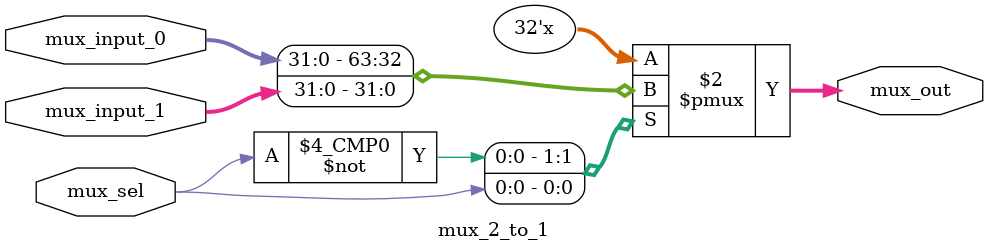
<source format=v>
module mux_2_to_1(
	input wire [31:0] mux_input_0, mux_input_1, // mux inputs to select from
	input wire mux_sel, // mux select signal
	output reg [31:0] mux_out // mux output
);
	always@(*)
	begin 
		case(mux_sel)
			1'b0 : mux_out [31:0] <= mux_input_0 [31:0];
			1'b1 : mux_out [31:0] <= mux_input_1 [31:0];
		endcase
	end
endmodule
</source>
